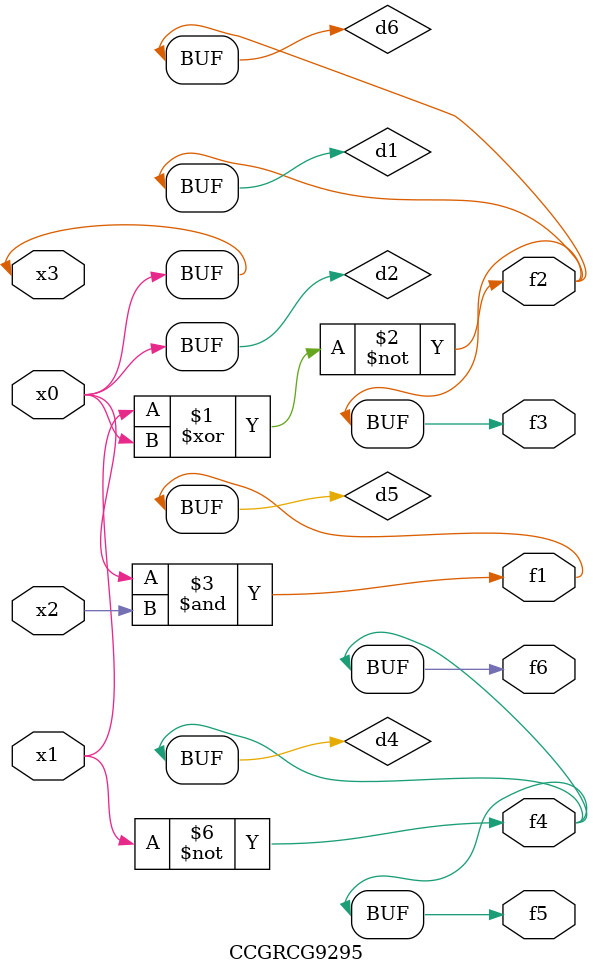
<source format=v>
module CCGRCG9295(
	input x0, x1, x2, x3,
	output f1, f2, f3, f4, f5, f6
);

	wire d1, d2, d3, d4, d5, d6;

	xnor (d1, x1, x3);
	buf (d2, x0, x3);
	nand (d3, x0, x2);
	not (d4, x1);
	nand (d5, d3);
	or (d6, d1);
	assign f1 = d5;
	assign f2 = d6;
	assign f3 = d6;
	assign f4 = d4;
	assign f5 = d4;
	assign f6 = d4;
endmodule

</source>
